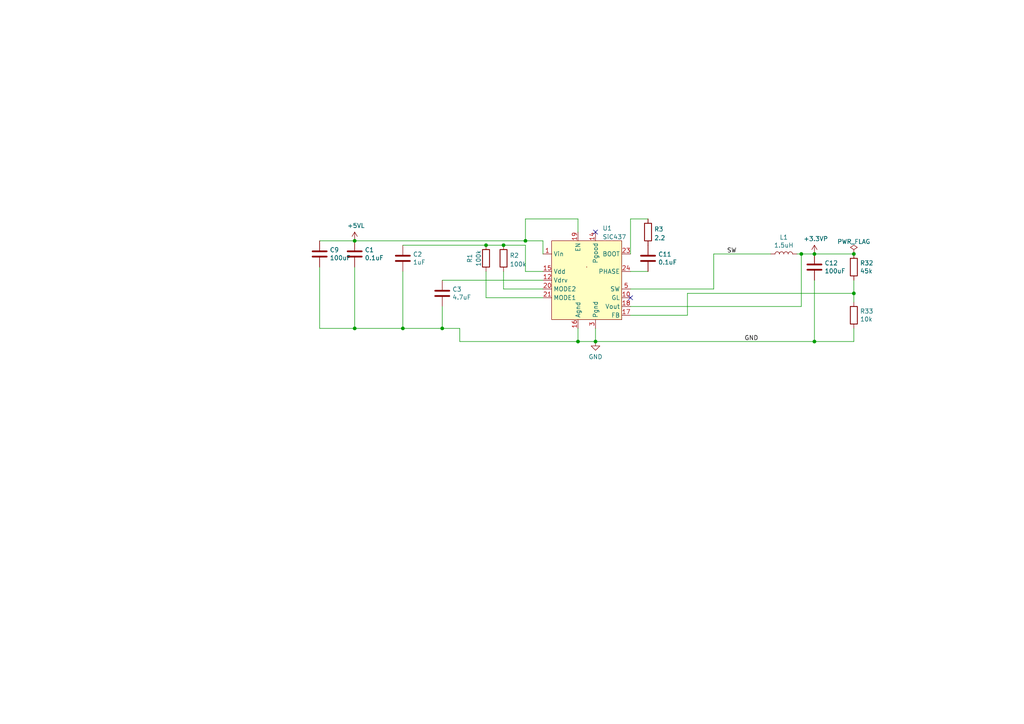
<source format=kicad_sch>
(kicad_sch (version 20211123) (generator eeschema)
  (paper "A4")
  (lib_symbols
    (symbol "Device:C" (pin_numbers hide) (pin_names (offset 0.254))
      (property "Reference" "C" (at 0.635 2.54 0))
      (property "Value" "C" (at 0.635 -2.54 0))
      (symbol "C_0_1"
        (polyline (pts (xy -2.032 -0.762) (xy 2.032 -0.762)) (stroke (width 0.508)))
        (polyline (pts (xy -2.032 0.762) (xy 2.032 0.762)) (stroke (width 0.508)))
      )
      (symbol "C_1_1"
        (pin passive line (at 0 3.81 270) (length 2.794) (name "~") (number "1"))
        (pin passive line (at 0 -3.81 90) (length 2.794) (name "~") (number "2"))
      )
    )
    (symbol "Device:L" (pin_numbers hide) (pin_names (offset 1.016) hide)
      (property "Reference" "L" (at -1.27 0 90))
      (property "Value" "L" (at 1.905 0 90))
      (symbol "L_0_1"
        (arc (start 0 -2.54) (mid 0.635 -1.905) (end 0 -1.27))
        (arc (start 0 -1.27) (mid 0.635 -0.635) (end 0 0))
        (arc (start 0 0) (mid 0.635 0.635) (end 0 1.27))
        (arc (start 0 1.27) (mid 0.635 1.905) (end 0 2.54))
      )
      (symbol "L_1_1"
        (pin passive line (at 0 3.81 270) (length 1.27) (name "1") (number "1"))
        (pin passive line (at 0 -3.81 90) (length 1.27) (name "2") (number "2"))
      )
    )
    (symbol "Device:R" (pin_numbers hide) (pin_names (offset 0))
      (property "Reference" "R" (at 2.032 0 90))
      (property "Value" "R" (at 0 0 90))
      (symbol "R_0_1"
        (rectangle (start -1.016 -2.54) (end 1.016 2.54) (stroke (width 0.254)))
      )
      (symbol "R_1_1"
        (pin passive line (at 0 3.81 270) (length 1.27) (name "~") (number "1"))
        (pin passive line (at 0 -3.81 90) (length 1.27) (name "~") (number "2"))
      )
    )
    (symbol "power:+3.3VP" (power) (pin_names (offset 0))
      (property "Value" "+3.3VP" (at 0 2.54 0))
      (symbol "+3.3VP_0_0"
        (pin power_in line (at 0 0 90) (length 0) hide (name "+3.3VP") (number "1"))
      )
      (symbol "+3.3VP_0_1"
        (polyline (pts (xy -0.762 1.27) (xy 0 2.54)))
        (polyline (pts (xy 0 0) (xy 0 2.54)))
        (polyline (pts (xy 0 2.54) (xy 0.762 1.27)))
      )
    )
    (symbol "power:+5VL" (power) (pin_names (offset 0))
      (property "Value" "+5VL" (at 0 3.556 0))
      (symbol "+5VL_0_1"
        (polyline (pts (xy -0.762 1.27) (xy 0 2.54)))
        (polyline (pts (xy 0 0) (xy 0 2.54)))
        (polyline (pts (xy 0 2.54) (xy 0.762 1.27)))
      )
      (symbol "+5VL_1_1"
        (pin power_in line (at 0 0 90) (length 0) hide (name "+5VL") (number "1"))
      )
    )
    (symbol "power:GND" (power) (pin_names (offset 0))
      (property "Value" "GND" (at 0 -3.81 0))
      (symbol "GND_0_1"
        (polyline (pts (xy 0 0) (xy 0 -1.27) (xy 1.27 -1.27) (xy 0 -2.54) (xy -1.27 -1.27) (xy 0 -1.27)))
      )
      (symbol "GND_1_1"
        (pin power_in line (at 0 0 270) (length 0) hide (name "GND") (number "1"))
      )
    )
    (symbol "power:PWR_FLAG" (power) (pin_numbers hide) (pin_names (offset 0) hide)
      (property "Value" "PWR_FLAG" (at 0 3.81 0))
      (symbol "PWR_FLAG_0_0"
        (pin power_out line (at 0 0 90) (length 0) (name "pwr") (number "1"))
      )
      (symbol "PWR_FLAG_0_1"
        (polyline (pts (xy 0 0) (xy 0 1.27) (xy -1.016 1.905) (xy 0 2.54) (xy 1.016 1.905) (xy 0 1.27)))
      )
    )
    (symbol "td-io:SiC437"
      (property "Reference" "U5" (at 14.7194 18.889 0))
      (property "Value" "SiC437" (at 14.7194 16.3521 0))
      (symbol "SiC437_0_1"
        (rectangle (start 0 15.24) (end 20.32 -7.62) (stroke (width 0.1524)) (fill (type background)))
        (rectangle (start 10.16 7.62) (end 10.16 7.62) (stroke (width 0.1524)))
        (rectangle (start 10.16 7.62) (end 10.16 7.62) (stroke (width 0.1524)))
        (rectangle (start 10.16 7.62) (end 10.16 7.62) (stroke (width 0.1524)))
        (rectangle (start 10.16 7.62) (end 10.16 7.62) (stroke (width 0.1524)))
        (rectangle (start 10.16 7.62) (end 10.16 7.62) (stroke (width 0.1524)))
        (rectangle (start 10.16 7.62) (end 10.16 7.62) (stroke (width 0.1524)))
        (rectangle (start 10.16 7.62) (end 10.16 7.62) (stroke (width 0.1524)))
        (rectangle (start 10.16 7.62) (end 10.16 7.62) (stroke (width 0.1524)))
        (rectangle (start 10.16 7.62) (end 10.16 7.62) (stroke (width 0.1524)))
        (rectangle (start 10.16 7.62) (end 10.16 7.62) (stroke (width 0.1524)))
        (rectangle (start 10.16 7.62) (end 10.16 7.62) (stroke (width 0.1524)))
        (rectangle (start 10.16 7.62) (end 10.16 7.62) (stroke (width 0.1524)))
        (rectangle (start 10.16 7.62) (end 10.16 7.62) (stroke (width 0.1524)))
        (rectangle (start 10.16 7.62) (end 10.16 7.62) (stroke (width 0.1524)))
        (rectangle (start 10.16 7.62) (end 10.16 7.62) (stroke (width 0.1524)))
      )
      (symbol "SiC437_1_1"
        (pin power_in line (at -2.54 11.43 0) (length 2.54) (name "Vin") (number "1"))
        (pin output line (at 22.86 -1.27 180) (length 2.54) (name "GL") (number "10"))
        (pin passive line (at 22.86 -1.27 180) (length 2.54) hide (name "GL") (number "11"))
        (pin power_out line (at -2.54 3.81 0) (length 2.54) (name "Vdrv") (number "12"))
        (pin power_in line (at 12.7 -10.16 90) (length 2.54) hide (name "Pgnd") (number "13"))
        (pin open_collector line (at 12.7 17.78 270) (length 2.54) (name "Pgood") (number "14"))
        (pin power_out line (at -2.54 6.35 0) (length 2.54) (name "Vdd") (number "15"))
        (pin power_in line (at 7.62 -10.16 90) (length 2.54) (name "Agnd") (number "16"))
        (pin input line (at 22.86 -6.35 180) (length 2.54) (name "FB") (number "17"))
        (pin input line (at 22.86 -3.81 180) (length 2.54) (name "Vout") (number "18"))
        (pin input line (at 7.62 17.78 270) (length 2.54) (name "EN") (number "19"))
        (pin power_in line (at -2.54 11.43 0) (length 2.54) hide (name "Vin") (number "2"))
        (pin input line (at -2.54 1.27 0) (length 2.54) (name "MODE2") (number "20"))
        (pin input line (at -2.54 -1.27 0) (length 2.54) (name "MODE1") (number "21"))
        (pin power_in line (at -2.54 11.43 0) (length 2.54) hide (name "Vin") (number "22"))
        (pin input line (at 22.86 11.43 180) (length 2.54) (name "BOOT") (number "23"))
        (pin output line (at 22.86 6.35 180) (length 2.54) (name "PHASE") (number "24"))
        (pin input line (at 7.62 -10.16 90) (length 2.54) hide (name "Agnd") (number "25"))
        (pin power_in line (at -2.54 11.43 0) (length 2.54) hide (name "Vin") (number "26"))
        (pin power_in line (at 12.7 -10.16 90) (length 2.54) hide (name "Pgnd") (number "27"))
        (pin output line (at 22.86 -1.27 180) (length 2.54) hide (name "GL") (number "28"))
        (pin power_in line (at 12.7 -10.16 90) (length 2.54) (name "Pgnd") (number "3"))
        (pin power_in line (at 12.7 -10.16 90) (length 2.54) hide (name "Pgnd") (number "4"))
        (pin output line (at 22.86 1.27 180) (length 2.54) (name "SW") (number "5"))
        (pin passive line (at 22.86 1.27 180) (length 2.54) hide (name "SW") (number "6"))
        (pin passive line (at 22.86 1.27 180) (length 2.54) hide (name "SW") (number "7"))
        (pin passive line (at 22.86 1.27 180) (length 2.54) hide (name "SW") (number "8"))
        (pin passive line (at 22.86 1.27 180) (length 2.54) hide (name "SW") (number "9"))
      )
    )
  )
  (junction (at 247.65 85.09))
  (junction (at 172.72 99.06))
  (junction (at 236.22 73.66))
  (junction (at 102.87 95.25))
  (junction (at 232.41 73.66))
  (junction (at 116.84 95.25))
  (junction (at 236.22 99.06))
  (junction (at 167.64 99.06))
  (junction (at 140.97 71.12))
  (junction (at 128.27 95.25))
  (junction (at 247.65 73.66))
  (junction (at 102.87 69.85))
  (junction (at 152.4 69.85))
  (junction (at 146.05 71.12))
  (no_connect (at 182.88 86.36))
  (no_connect (at 172.72 67.31))
  (wire (pts (xy 167.64 63.5) (xy 167.64 67.31)))
  (wire (pts (xy 102.87 69.85) (xy 92.71 69.85)))
  (wire (pts (xy 232.41 88.9) (xy 182.88 88.9)))
  (wire (pts (xy 152.4 69.85) (xy 157.48 69.85)))
  (wire (pts (xy 116.84 95.25) (xy 128.27 95.25)))
  (wire (pts (xy 199.39 85.09) (xy 247.65 85.09)))
  (wire (pts (xy 152.4 63.5) (xy 152.4 69.85)))
  (wire (pts (xy 172.72 95.25) (xy 172.72 99.06)))
  (wire (pts (xy 182.88 78.74) (xy 187.96 78.74)))
  (wire (pts (xy 182.88 91.44) (xy 199.39 91.44)))
  (wire (pts (xy 140.97 71.12) (xy 146.05 71.12)))
  (wire (pts (xy 207.01 83.82) (xy 182.88 83.82)))
  (wire (pts (xy 133.35 99.06) (xy 133.35 95.25)))
  (wire (pts (xy 102.87 95.25) (xy 92.71 95.25)))
  (wire (pts (xy 232.41 73.66) (xy 236.22 73.66)))
  (wire (pts (xy 102.87 95.25) (xy 116.84 95.25)))
  (wire (pts (xy 140.97 86.36) (xy 157.48 86.36)))
  (wire (pts (xy 102.87 69.85) (xy 152.4 69.85)))
  (wire (pts (xy 207.01 73.66) (xy 223.52 73.66)))
  (wire (pts (xy 146.05 83.82) (xy 157.48 83.82)))
  (wire (pts (xy 232.41 73.66) (xy 232.41 88.9)))
  (wire (pts (xy 92.71 95.25) (xy 92.71 77.47)))
  (wire (pts (xy 199.39 91.44) (xy 199.39 85.09)))
  (wire (pts (xy 247.65 99.06) (xy 247.65 95.25)))
  (wire (pts (xy 128.27 88.9) (xy 128.27 95.25)))
  (wire (pts (xy 167.64 99.06) (xy 172.72 99.06)))
  (wire (pts (xy 116.84 78.74) (xy 116.84 95.25)))
  (wire (pts (xy 157.48 78.74) (xy 152.4 78.74)))
  (wire (pts (xy 231.14 73.66) (xy 232.41 73.66)))
  (wire (pts (xy 146.05 78.74) (xy 146.05 83.82)))
  (wire (pts (xy 140.97 78.74) (xy 140.97 86.36)))
  (wire (pts (xy 182.88 63.5) (xy 187.96 63.5)))
  (wire (pts (xy 167.64 95.25) (xy 167.64 99.06)))
  (wire (pts (xy 152.4 63.5) (xy 167.64 63.5)))
  (wire (pts (xy 128.27 81.28) (xy 157.48 81.28)))
  (wire (pts (xy 128.27 95.25) (xy 133.35 95.25)))
  (wire (pts (xy 157.48 69.85) (xy 157.48 73.66)))
  (wire (pts (xy 146.05 71.12) (xy 152.4 71.12)))
  (wire (pts (xy 102.87 77.47) (xy 102.87 95.25)))
  (wire (pts (xy 236.22 81.28) (xy 236.22 99.06)))
  (wire (pts (xy 247.65 73.66) (xy 236.22 73.66)))
  (wire (pts (xy 236.22 99.06) (xy 247.65 99.06)))
  (wire (pts (xy 167.64 99.06) (xy 133.35 99.06)))
  (wire (pts (xy 116.84 71.12) (xy 140.97 71.12)))
  (wire (pts (xy 247.65 85.09) (xy 247.65 87.63)))
  (wire (pts (xy 152.4 71.12) (xy 152.4 78.74)))
  (wire (pts (xy 207.01 73.66) (xy 207.01 83.82)))
  (wire (pts (xy 247.65 81.28) (xy 247.65 85.09)))
  (wire (pts (xy 236.22 99.06) (xy 172.72 99.06)))
  (wire (pts (xy 182.88 63.5) (xy 182.88 73.66)))
  (label "SW" (at 210.82 73.66 0))
  (label "GND" (at 215.9 99.06 0))
  (symbol (lib_id "power:GND") (at 172.72 99.06 0) (unit 1)
    (property "Reference" "#PWR0183" (effects hide))
    (property "Value" "GND" (at 172.72 103.5034 0))
  )
  (symbol (lib_id "power:PWR_FLAG") (at 247.65 73.66 0) (unit 1)
    (property "Reference" "#FLG0101" (effects hide))
    (property "Value" "PWR_FLAG" (at 247.65 70.0842 0))
  )
  (symbol (lib_id "Device:R") (at 146.05 74.93 0) (unit 1)
    (property "Reference" "R2" (at 147.828 74.0953 0) (effects (justify left)))
    (property "Value" "100k" (at 147.828 76.6322 0) (effects (justify left)))
    (property "Footprint" "Resistor_SMD:R_0805_2012Metric" (effects hide))
    (property "Digikey" "311-100KCRCT-ND" (effects hide))
  )
  (symbol (lib_id "Device:C") (at 102.87 73.66 0) (unit 1)
    (property "Reference" "C1" (at 105.791 72.4916 0) (effects (justify left)))
    (property "Value" "0.1uF" (at 105.791 74.803 0) (effects (justify left)))
    (property "Footprint" "Capacitor_SMD:C_0805_2012Metric" (effects hide))
    (property "Digikey" "1276-2444-1-ND" (effects hide))
    (property "JLCPCB" "C49678" (effects hide))
    (property "LCSC" "C49678" (effects hide))
  )
  (symbol (lib_id "td-io:SiC437") (at 160.02 85.09 0) (unit 1)
    (property "Reference" "U1" (at 174.7394 66.201 0) (effects (justify left)))
    (property "Value" "SiC437" (at 174.7394 68.7379 0) (effects (justify left)))
    (property "Footprint" "td-io:Vishay_PowerPAK_MLP44-24L" (effects hide))
    (property "Digikey" "SIC437AED-T1-GE3CT-ND" (effects hide))
  )
  (symbol (lib_id "Device:C") (at 116.84 74.93 0) (unit 1)
    (property "Reference" "C2" (at 119.761 73.7616 0) (effects (justify left)))
    (property "Value" "1uF" (at 119.761 76.073 0) (effects (justify left)))
    (property "Footprint" "Capacitor_SMD:C_0805_2012Metric" (effects hide))
    (property "Digikey" "311-1365-1-ND" (effects hide))
  )
  (symbol (lib_id "Device:R") (at 247.65 77.47 0) (unit 1)
    (property "Reference" "R32" (at 249.428 76.3016 0) (effects (justify left)))
    (property "Value" "45k" (at 249.428 78.613 0) (effects (justify left)))
    (property "Footprint" "Resistor_SMD:R_0805_2012Metric" (effects hide))
  )
  (symbol (lib_id "power:+5VL") (at 102.87 69.85 0) (unit 1)
    (property "Reference" "#PWR027" (effects hide))
    (property "Value" "+5VL" (at 103.251 65.4558 0))
  )
  (symbol (lib_id "Device:C") (at 92.71 73.66 0) (unit 1)
    (property "Reference" "C9" (at 95.631 72.4916 0) (effects (justify left)))
    (property "Value" "100uF" (at 95.631 74.803 0) (effects (justify left)))
    (property "Footprint" "Capacitor_SMD:C_1210_3225Metric" (effects hide))
    (property "Digikey" "1276-1092-1-ND" (effects hide))
    (property "JLCPCB" "C49066" (effects hide))
    (property "LCSC" "C49066" (effects hide))
  )
  (symbol (lib_id "power:+3.3VP") (at 236.22 73.66 0) (unit 1)
    (property "Reference" "#PWR06" (effects hide))
    (property "Value" "+3.3VP" (at 236.601 69.2658 0))
  )
  (symbol (lib_id "Device:C") (at 128.27 85.09 0) (unit 1)
    (property "Reference" "C3" (at 131.191 83.9216 0) (effects (justify left)))
    (property "Value" "4.7uF" (at 131.191 86.233 0) (effects (justify left)))
    (property "Footprint" "Capacitor_SMD:C_0805_2012Metric" (effects hide))
    (property "Digikey" "1276-1259-1-ND" (effects hide))
    (property "JLCPCB" "C1779" (effects hide))
    (property "LCSC" "C1779" (effects hide))
  )
  (symbol (lib_id "Device:R") (at 140.97 74.93 180) (unit 1)
    (property "Reference" "R1" (at 136.2542 74.93 90))
    (property "Value" "100k" (at 138.7911 74.93 90))
    (property "Footprint" "Resistor_SMD:R_0805_2012Metric" (effects hide))
    (property "Digikey" "311-100KCRCT-ND" (effects hide))
  )
  (symbol (lib_id "Device:C") (at 187.96 74.93 0) (unit 1)
    (property "Reference" "C11" (at 190.881 73.7616 0) (effects (justify left)))
    (property "Value" "0.1uF" (at 190.881 76.073 0) (effects (justify left)))
    (property "Footprint" "Capacitor_SMD:C_0805_2012Metric" (effects hide))
    (property "Digikey" "1276-2444-1-ND" (effects hide))
    (property "JLCPCB" "C49678" (effects hide))
    (property "LCSC" "C49678" (effects hide))
  )
  (symbol (lib_id "Device:C") (at 236.22 77.47 0) (unit 1)
    (property "Reference" "C12" (at 239.141 76.3016 0) (effects (justify left)))
    (property "Value" "100uF" (at 239.141 78.613 0) (effects (justify left)))
    (property "Footprint" "Capacitor_SMD:C_1210_3225Metric" (effects hide))
    (property "Digikey" "1276-1092-1-ND" (effects hide))
    (property "JLCPCB" "C49066" (effects hide))
    (property "LCSC" "C49066" (effects hide))
  )
  (symbol (lib_id "Device:R") (at 247.65 91.44 0) (unit 1)
    (property "Reference" "R33" (at 249.428 90.2716 0) (effects (justify left)))
    (property "Value" "10k" (at 249.428 92.583 0) (effects (justify left)))
    (property "Footprint" "Resistor_SMD:R_0805_2012Metric" (effects hide))
  )
  (symbol (lib_id "Device:R") (at 187.96 67.31 0) (unit 1)
    (property "Reference" "R3" (at 189.738 66.4753 0) (effects (justify left)))
    (property "Value" "2.2" (at 189.738 69.0122 0) (effects (justify left)))
    (property "Footprint" "Resistor_SMD:R_0805_2012Metric" (effects hide))
    (property "Digikey" "311-2.2ARCT-ND" (effects hide))
  )
  (symbol (lib_id "Device:L") (at 227.33 73.66 90) (unit 1)
    (property "Reference" "L1" (at 227.33 68.834 90))
    (property "Value" "1.5uH" (at 227.33 71.1454 90))
    (property "Footprint" "Inductor_SMD:L_Bourns_SRP7028A_7.3x6.6mm" (effects hide))
    (property "Digikey" "SRP7050TA-1R5MCT-ND" (effects hide))
    (property "JLCPCB" "C2041904" (effects hide))
    (property "LCSC" "C2041904" (effects hide))
  )
)
</source>
